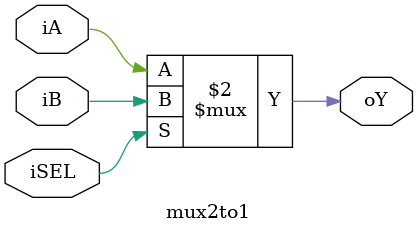
<source format=v>
/* Á¶°Ç¿¬»êÀÚ¿Í assign ¹®À» »ç¿ëÇÑ 2¡¿1 MUX ¸ðµâ */
module mux2to1 (iA, iB, iSEL, oY);
    input iA, iB;
    input iSEL;
    output oY;
    // assign ¹®°ú Á¶°Ç ¿¬»êÀÚ »ç¿ë
    assign oY = (iSEL == 0) ? iA : iB;
endmodule
</source>
